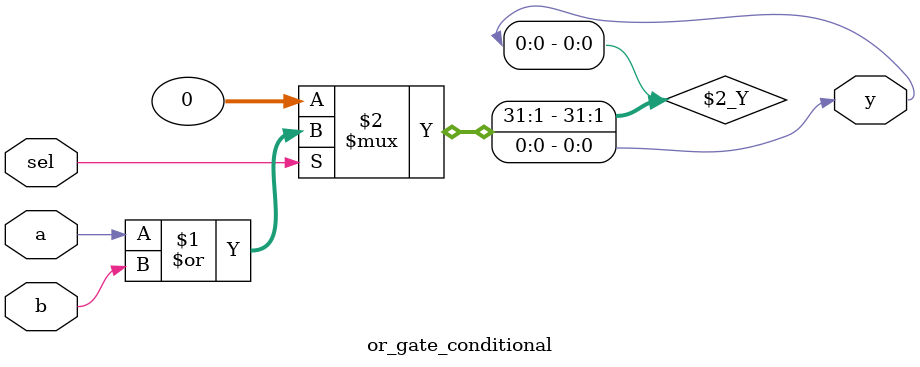
<source format=sv>
module or_gate_conditional (
    input wire a,
    input wire b,
    input wire sel,
    output wire y
);
    assign y = (sel) ? (a | b) : 0;
endmodule

</source>
